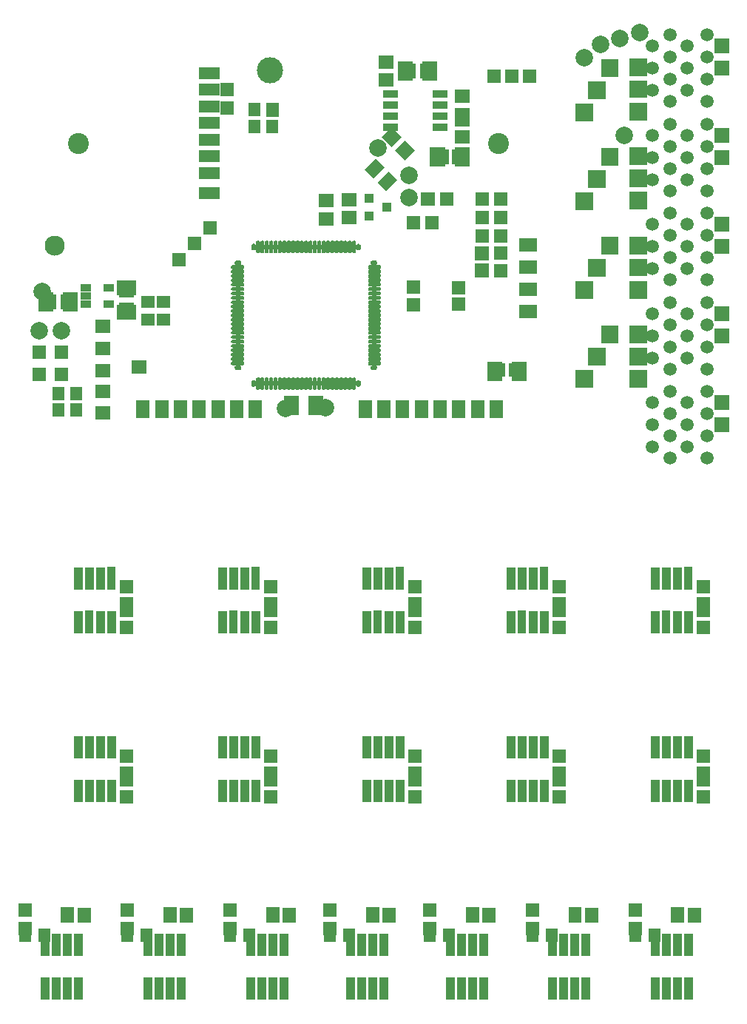
<source format=gbr>
%FSLAX34Y34*%
%MOMM*%
%LNSOLDERMASK_TOP*%
G71*
G01*
%ADD10R, 1.60X1.50*%
%ADD11R, 1.50X1.60*%
%ADD12R, 2.40X1.40*%
%ADD13R, 1.80X0.87*%
%ADD14C, 2.30*%
%ADD15C, 3.00*%
%ADD16R, 0.50X0.50*%
%ADD17C, 0.20*%
%ADD18R, 1.60X1.60*%
%ADD19R, 1.40X1.60*%
%ADD20R, 1.19X0.86*%
%ADD21R, 1.80X1.50*%
%ADD22C, 2.00*%
%ADD23R, 1.50X1.80*%
%ADD24R, 1.80X2.20*%
%ADD25R, 2.20X1.80*%
%ADD26C, 2.40*%
%ADD27R, 1.60X2.10*%
%ADD28R, 1.80X1.60*%
%ADD29R, 2.00X1.60*%
%ADD30R, 1.60X2.00*%
%ADD31R, 1.10X1.00*%
%ADD32C, 2.00*%
%ADD33R, 1.60X1.40*%
%ADD34C, 1.50*%
%ADD35R, 1.80X1.80*%
%ADD36R, 1.00X2.60*%
%LPD*%
X471007Y-390885D02*
G54D10*
D03*
X471007Y-369885D02*
G54D10*
D03*
X523126Y-389972D02*
G54D10*
D03*
X523125Y-370972D02*
G54D10*
D03*
X588059Y-465332D02*
G54D11*
D03*
X569059Y-465333D02*
G54D11*
D03*
X237826Y-262830D02*
G54D12*
D03*
X237826Y-239812D02*
G54D12*
D03*
X237826Y-220762D02*
G54D12*
D03*
X237826Y-201712D02*
G54D12*
D03*
X237826Y-182662D02*
G54D12*
D03*
G36*
X225826Y-156612D02*
X249826Y-156612D01*
X249827Y-170612D01*
X225827Y-170612D01*
X225826Y-156612D01*
G37*
X237826Y-144562D02*
G54D12*
D03*
G36*
X225826Y-118512D02*
X249826Y-118512D01*
X249827Y-132512D01*
X225827Y-132512D01*
X225826Y-118512D01*
G37*
X501864Y-187147D02*
G54D13*
D03*
X501864Y-174447D02*
G54D13*
D03*
X501864Y-161747D02*
G54D13*
D03*
X501864Y-149047D02*
G54D13*
D03*
X444864Y-149047D02*
G54D13*
D03*
X444864Y-161747D02*
G54D13*
D03*
X444864Y-174447D02*
G54D13*
D03*
X444864Y-187147D02*
G54D13*
D03*
X61107Y-322894D02*
G54D14*
D03*
X307192Y-122140D02*
G54D15*
D03*
X288333Y-480447D02*
G54D16*
D03*
X293333Y-480447D02*
G54D16*
D03*
X298333Y-480447D02*
G54D16*
D03*
X303333Y-480447D02*
G54D16*
D03*
X308333Y-480447D02*
G54D16*
D03*
X313333Y-480447D02*
G54D16*
D03*
X318333Y-480448D02*
G54D16*
D03*
X323333Y-480447D02*
G54D16*
D03*
X328333Y-480447D02*
G54D16*
D03*
X333333Y-480447D02*
G54D16*
D03*
X338333Y-480447D02*
G54D16*
D03*
X343333Y-480447D02*
G54D16*
D03*
X348333Y-480447D02*
G54D16*
D03*
X353333Y-480447D02*
G54D16*
D03*
X358333Y-480447D02*
G54D16*
D03*
X363333Y-480448D02*
G54D16*
D03*
X368333Y-480447D02*
G54D16*
D03*
X373333Y-480447D02*
G54D16*
D03*
X378333Y-480448D02*
G54D16*
D03*
X383333Y-480447D02*
G54D16*
D03*
X388333Y-480448D02*
G54D16*
D03*
X393333Y-480447D02*
G54D16*
D03*
X398333Y-480447D02*
G54D16*
D03*
X403333Y-480447D02*
G54D16*
D03*
X408333Y-480447D02*
G54D16*
D03*
G36*
X287838Y-483478D02*
X286838Y-482478D01*
X286838Y-477978D01*
X287338Y-477478D01*
X289338Y-477478D01*
X289838Y-477978D01*
X289838Y-482478D01*
X288838Y-483478D01*
X287838Y-483478D01*
G37*
G54D17*
X287838Y-483478D02*
X286838Y-482478D01*
X286838Y-477978D01*
X287338Y-477478D01*
X289338Y-477478D01*
X289838Y-477978D01*
X289838Y-482478D01*
X288838Y-483478D01*
X287838Y-483478D01*
G36*
X407838Y-483478D02*
X406838Y-482478D01*
X406838Y-477978D01*
X407338Y-477478D01*
X409338Y-477478D01*
X409838Y-477978D01*
X409838Y-482478D01*
X408838Y-483478D01*
X407838Y-483478D01*
G37*
G54D17*
X407838Y-483478D02*
X406838Y-482478D01*
X406838Y-477978D01*
X407338Y-477478D01*
X409338Y-477478D01*
X409838Y-477978D01*
X409838Y-482478D01*
X408838Y-483478D01*
X407838Y-483478D01*
G36*
X297838Y-487478D02*
X296838Y-486478D01*
X296838Y-474978D01*
X297338Y-474478D01*
X299338Y-474478D01*
X299838Y-474978D01*
X299838Y-486478D01*
X298838Y-487478D01*
X297838Y-487478D01*
G37*
G54D17*
X297838Y-487478D02*
X296838Y-486478D01*
X296838Y-474978D01*
X297338Y-474478D01*
X299338Y-474478D01*
X299838Y-474978D01*
X299838Y-486478D01*
X298838Y-487478D01*
X297838Y-487478D01*
G36*
X302838Y-487478D02*
X301838Y-486478D01*
X301838Y-474978D01*
X302338Y-474478D01*
X304338Y-474478D01*
X304838Y-474978D01*
X304838Y-486478D01*
X303838Y-487478D01*
X302838Y-487478D01*
G37*
G54D17*
X302838Y-487478D02*
X301838Y-486478D01*
X301838Y-474978D01*
X302338Y-474478D01*
X304338Y-474478D01*
X304838Y-474978D01*
X304838Y-486478D01*
X303838Y-487478D01*
X302838Y-487478D01*
G36*
X307838Y-487478D02*
X306838Y-486478D01*
X306838Y-474978D01*
X307338Y-474478D01*
X309338Y-474478D01*
X309838Y-474978D01*
X309838Y-486478D01*
X308838Y-487478D01*
X307838Y-487478D01*
G37*
G54D17*
X307838Y-487478D02*
X306838Y-486478D01*
X306838Y-474978D01*
X307338Y-474478D01*
X309338Y-474478D01*
X309838Y-474978D01*
X309838Y-486478D01*
X308838Y-487478D01*
X307838Y-487478D01*
G36*
X312838Y-487478D02*
X311838Y-486478D01*
X311838Y-474978D01*
X312338Y-474478D01*
X314338Y-474478D01*
X314838Y-474978D01*
X314838Y-486478D01*
X313838Y-487478D01*
X312838Y-487478D01*
G37*
G54D17*
X312838Y-487478D02*
X311838Y-486478D01*
X311838Y-474978D01*
X312338Y-474478D01*
X314338Y-474478D01*
X314838Y-474978D01*
X314838Y-486478D01*
X313838Y-487478D01*
X312838Y-487478D01*
G36*
X317838Y-487478D02*
X316838Y-486478D01*
X316838Y-474978D01*
X317338Y-474478D01*
X319338Y-474478D01*
X319838Y-474978D01*
X319838Y-486478D01*
X318838Y-487478D01*
X317838Y-487478D01*
G37*
G54D17*
X317838Y-487478D02*
X316838Y-486478D01*
X316838Y-474978D01*
X317338Y-474478D01*
X319338Y-474478D01*
X319838Y-474978D01*
X319838Y-486478D01*
X318838Y-487478D01*
X317838Y-487478D01*
G36*
X322838Y-487478D02*
X321838Y-486478D01*
X321838Y-474978D01*
X322338Y-474478D01*
X324338Y-474478D01*
X324838Y-474978D01*
X324838Y-486478D01*
X323838Y-487478D01*
X322838Y-487478D01*
G37*
G54D17*
X322838Y-487478D02*
X321838Y-486478D01*
X321838Y-474978D01*
X322338Y-474478D01*
X324338Y-474478D01*
X324838Y-474978D01*
X324838Y-486478D01*
X323838Y-487478D01*
X322838Y-487478D01*
G36*
X327838Y-487478D02*
X326838Y-486478D01*
X326838Y-474978D01*
X327338Y-474478D01*
X329338Y-474478D01*
X329838Y-474978D01*
X329838Y-486478D01*
X328838Y-487478D01*
X327838Y-487478D01*
G37*
G54D17*
X327838Y-487478D02*
X326838Y-486478D01*
X326838Y-474978D01*
X327338Y-474478D01*
X329338Y-474478D01*
X329838Y-474978D01*
X329838Y-486478D01*
X328838Y-487478D01*
X327838Y-487478D01*
G36*
X332838Y-487478D02*
X331838Y-486478D01*
X331838Y-474978D01*
X332338Y-474478D01*
X334338Y-474478D01*
X334838Y-474978D01*
X334838Y-486478D01*
X333838Y-487478D01*
X332838Y-487478D01*
G37*
G54D17*
X332838Y-487478D02*
X331838Y-486478D01*
X331838Y-474978D01*
X332338Y-474478D01*
X334338Y-474478D01*
X334838Y-474978D01*
X334838Y-486478D01*
X333838Y-487478D01*
X332838Y-487478D01*
G36*
X337838Y-487478D02*
X336838Y-486478D01*
X336838Y-474978D01*
X337338Y-474478D01*
X339338Y-474478D01*
X339838Y-474978D01*
X339838Y-486478D01*
X338838Y-487478D01*
X337838Y-487478D01*
G37*
G54D17*
X337838Y-487478D02*
X336838Y-486478D01*
X336838Y-474978D01*
X337338Y-474478D01*
X339338Y-474478D01*
X339838Y-474978D01*
X339838Y-486478D01*
X338838Y-487478D01*
X337838Y-487478D01*
G36*
X342838Y-487478D02*
X341838Y-486478D01*
X341838Y-474978D01*
X342338Y-474478D01*
X344338Y-474478D01*
X344838Y-474978D01*
X344838Y-486478D01*
X343838Y-487478D01*
X342838Y-487478D01*
G37*
G54D17*
X342838Y-487478D02*
X341838Y-486478D01*
X341838Y-474978D01*
X342338Y-474478D01*
X344338Y-474478D01*
X344838Y-474978D01*
X344838Y-486478D01*
X343838Y-487478D01*
X342838Y-487478D01*
G36*
X347838Y-487478D02*
X346838Y-486478D01*
X346838Y-474978D01*
X347338Y-474478D01*
X349338Y-474478D01*
X349838Y-474978D01*
X349838Y-486478D01*
X348838Y-487478D01*
X347838Y-487478D01*
G37*
G54D17*
X347838Y-487478D02*
X346838Y-486478D01*
X346838Y-474978D01*
X347338Y-474478D01*
X349338Y-474478D01*
X349838Y-474978D01*
X349838Y-486478D01*
X348838Y-487478D01*
X347838Y-487478D01*
G36*
X352838Y-487478D02*
X351838Y-486478D01*
X351838Y-474978D01*
X352338Y-474478D01*
X354338Y-474478D01*
X354838Y-474978D01*
X354838Y-486478D01*
X353838Y-487478D01*
X352838Y-487478D01*
G37*
G54D17*
X352838Y-487478D02*
X351838Y-486478D01*
X351838Y-474978D01*
X352338Y-474478D01*
X354338Y-474478D01*
X354838Y-474978D01*
X354838Y-486478D01*
X353838Y-487478D01*
X352838Y-487478D01*
G36*
X357838Y-487478D02*
X356838Y-486478D01*
X356838Y-474978D01*
X357338Y-474478D01*
X359338Y-474478D01*
X359838Y-474978D01*
X359838Y-486478D01*
X358838Y-487478D01*
X357838Y-487478D01*
G37*
G54D17*
X357838Y-487478D02*
X356838Y-486478D01*
X356838Y-474978D01*
X357338Y-474478D01*
X359338Y-474478D01*
X359838Y-474978D01*
X359838Y-486478D01*
X358838Y-487478D01*
X357838Y-487478D01*
G36*
X362838Y-487478D02*
X361838Y-486478D01*
X361838Y-474978D01*
X362338Y-474478D01*
X364338Y-474478D01*
X364838Y-474978D01*
X364838Y-486478D01*
X363838Y-487478D01*
X362838Y-487478D01*
G37*
G54D17*
X362838Y-487478D02*
X361838Y-486478D01*
X361838Y-474978D01*
X362338Y-474478D01*
X364338Y-474478D01*
X364838Y-474978D01*
X364838Y-486478D01*
X363838Y-487478D01*
X362838Y-487478D01*
G36*
X367838Y-487478D02*
X366838Y-486478D01*
X366838Y-474978D01*
X367338Y-474478D01*
X369338Y-474478D01*
X369838Y-474978D01*
X369838Y-486478D01*
X368838Y-487478D01*
X367838Y-487478D01*
G37*
G54D17*
X367838Y-487478D02*
X366838Y-486478D01*
X366838Y-474978D01*
X367338Y-474478D01*
X369338Y-474478D01*
X369838Y-474978D01*
X369838Y-486478D01*
X368838Y-487478D01*
X367838Y-487478D01*
G36*
X372838Y-487478D02*
X371838Y-486478D01*
X371838Y-474978D01*
X372338Y-474478D01*
X374338Y-474478D01*
X374838Y-474978D01*
X374838Y-486478D01*
X373838Y-487478D01*
X372838Y-487478D01*
G37*
G54D17*
X372838Y-487478D02*
X371838Y-486478D01*
X371838Y-474978D01*
X372338Y-474478D01*
X374338Y-474478D01*
X374838Y-474978D01*
X374838Y-486478D01*
X373838Y-487478D01*
X372838Y-487478D01*
G36*
X377838Y-487478D02*
X376838Y-486478D01*
X376838Y-474978D01*
X377338Y-474478D01*
X379338Y-474478D01*
X379838Y-474978D01*
X379838Y-486478D01*
X378838Y-487478D01*
X377838Y-487478D01*
G37*
G54D17*
X377838Y-487478D02*
X376838Y-486478D01*
X376838Y-474978D01*
X377338Y-474478D01*
X379338Y-474478D01*
X379838Y-474978D01*
X379838Y-486478D01*
X378838Y-487478D01*
X377838Y-487478D01*
G36*
X382838Y-487478D02*
X381838Y-486478D01*
X381838Y-474978D01*
X382338Y-474478D01*
X384338Y-474478D01*
X384838Y-474978D01*
X384838Y-486478D01*
X383838Y-487478D01*
X382838Y-487478D01*
G37*
G54D17*
X382838Y-487478D02*
X381838Y-486478D01*
X381838Y-474978D01*
X382338Y-474478D01*
X384338Y-474478D01*
X384838Y-474978D01*
X384838Y-486478D01*
X383838Y-487478D01*
X382838Y-487478D01*
G36*
X387838Y-487478D02*
X386838Y-486478D01*
X386838Y-474978D01*
X387338Y-474478D01*
X389338Y-474478D01*
X389838Y-474978D01*
X389838Y-486478D01*
X388838Y-487478D01*
X387838Y-487478D01*
G37*
G54D17*
X387838Y-487478D02*
X386838Y-486478D01*
X386838Y-474978D01*
X387338Y-474478D01*
X389338Y-474478D01*
X389838Y-474978D01*
X389838Y-486478D01*
X388838Y-487478D01*
X387838Y-487478D01*
G36*
X392838Y-487478D02*
X391838Y-486478D01*
X391838Y-474978D01*
X392338Y-474478D01*
X394338Y-474478D01*
X394838Y-474978D01*
X394838Y-486478D01*
X393838Y-487478D01*
X392838Y-487478D01*
G37*
G54D17*
X392838Y-487478D02*
X391838Y-486478D01*
X391838Y-474978D01*
X392338Y-474478D01*
X394338Y-474478D01*
X394838Y-474978D01*
X394838Y-486478D01*
X393838Y-487478D01*
X392838Y-487478D01*
G36*
X397838Y-487478D02*
X396838Y-486478D01*
X396838Y-474978D01*
X397338Y-474478D01*
X399338Y-474478D01*
X399838Y-474978D01*
X399838Y-486478D01*
X398838Y-487478D01*
X397838Y-487478D01*
G37*
G54D17*
X397838Y-487478D02*
X396838Y-486478D01*
X396838Y-474978D01*
X397338Y-474478D01*
X399338Y-474478D01*
X399838Y-474978D01*
X399838Y-486478D01*
X398838Y-487478D01*
X397838Y-487478D01*
G36*
X402838Y-487478D02*
X401838Y-486478D01*
X401838Y-474978D01*
X402338Y-474478D01*
X404338Y-474478D01*
X404838Y-474978D01*
X404838Y-486478D01*
X403838Y-487478D01*
X402838Y-487478D01*
G37*
G54D17*
X402838Y-487478D02*
X401838Y-486478D01*
X401838Y-474978D01*
X402338Y-474478D01*
X404338Y-474478D01*
X404838Y-474978D01*
X404838Y-486478D01*
X403838Y-487478D01*
X402838Y-487478D01*
G36*
X292838Y-487478D02*
X291838Y-486478D01*
X291838Y-474978D01*
X292338Y-474478D01*
X294338Y-474478D01*
X294838Y-474978D01*
X294838Y-486478D01*
X293838Y-487478D01*
X292838Y-487478D01*
G37*
G54D17*
X292838Y-487478D02*
X291838Y-486478D01*
X291838Y-474978D01*
X292338Y-474478D01*
X294338Y-474478D01*
X294838Y-474978D01*
X294838Y-486478D01*
X293838Y-487478D01*
X292838Y-487478D01*
X270369Y-342484D02*
G54D16*
D03*
X270369Y-347484D02*
G54D16*
D03*
X270369Y-352483D02*
G54D16*
D03*
X270369Y-357484D02*
G54D16*
D03*
X270369Y-362484D02*
G54D16*
D03*
X270369Y-367483D02*
G54D16*
D03*
X270369Y-372484D02*
G54D16*
D03*
X270369Y-377484D02*
G54D16*
D03*
X270369Y-382484D02*
G54D16*
D03*
X270369Y-387484D02*
G54D16*
D03*
X270369Y-392484D02*
G54D16*
D03*
X270369Y-397484D02*
G54D16*
D03*
X270369Y-402484D02*
G54D16*
D03*
X270369Y-407484D02*
G54D16*
D03*
X270369Y-412483D02*
G54D16*
D03*
X270369Y-417484D02*
G54D16*
D03*
X270369Y-422484D02*
G54D16*
D03*
X270369Y-427484D02*
G54D16*
D03*
X270369Y-432484D02*
G54D16*
D03*
X270369Y-437483D02*
G54D16*
D03*
X270369Y-442484D02*
G54D16*
D03*
X270369Y-447484D02*
G54D16*
D03*
X270369Y-452484D02*
G54D16*
D03*
X270369Y-457484D02*
G54D16*
D03*
X270369Y-462484D02*
G54D16*
D03*
G36*
X267338Y-341978D02*
X268338Y-340978D01*
X272838Y-340978D01*
X273338Y-341478D01*
X273338Y-343478D01*
X272838Y-343978D01*
X268338Y-343978D01*
X267338Y-342978D01*
X267338Y-341978D01*
G37*
G54D17*
X267338Y-341978D02*
X268338Y-340978D01*
X272838Y-340978D01*
X273338Y-341478D01*
X273338Y-343478D01*
X272838Y-343978D01*
X268338Y-343978D01*
X267338Y-342978D01*
X267338Y-341978D01*
G36*
X267338Y-461978D02*
X268338Y-460978D01*
X272838Y-460978D01*
X273338Y-461478D01*
X273338Y-463478D01*
X272838Y-463978D01*
X268338Y-463978D01*
X267338Y-462978D01*
X267338Y-461978D01*
G37*
G54D17*
X267338Y-461978D02*
X268338Y-460978D01*
X272838Y-460978D01*
X273338Y-461478D01*
X273338Y-463478D01*
X272838Y-463978D01*
X268338Y-463978D01*
X267338Y-462978D01*
X267338Y-461978D01*
G36*
X263338Y-351978D02*
X264338Y-350978D01*
X275838Y-350978D01*
X276338Y-351478D01*
X276338Y-353478D01*
X275838Y-353978D01*
X264338Y-353978D01*
X263338Y-352978D01*
X263338Y-351978D01*
G37*
G54D17*
X263338Y-351978D02*
X264338Y-350978D01*
X275838Y-350978D01*
X276338Y-351478D01*
X276338Y-353478D01*
X275838Y-353978D01*
X264338Y-353978D01*
X263338Y-352978D01*
X263338Y-351978D01*
G36*
X263338Y-356978D02*
X264338Y-355978D01*
X275838Y-355978D01*
X276338Y-356478D01*
X276338Y-358478D01*
X275838Y-358978D01*
X264338Y-358978D01*
X263338Y-357978D01*
X263338Y-356978D01*
G37*
G54D17*
X263338Y-356978D02*
X264338Y-355978D01*
X275838Y-355978D01*
X276338Y-356478D01*
X276338Y-358478D01*
X275838Y-358978D01*
X264338Y-358978D01*
X263338Y-357978D01*
X263338Y-356978D01*
G36*
X263338Y-361978D02*
X264338Y-360978D01*
X275838Y-360978D01*
X276338Y-361478D01*
X276338Y-363478D01*
X275838Y-363978D01*
X264338Y-363978D01*
X263338Y-362978D01*
X263338Y-361978D01*
G37*
G54D17*
X263338Y-361978D02*
X264338Y-360978D01*
X275838Y-360978D01*
X276338Y-361478D01*
X276338Y-363478D01*
X275838Y-363978D01*
X264338Y-363978D01*
X263338Y-362978D01*
X263338Y-361978D01*
G36*
X263338Y-366978D02*
X264338Y-365978D01*
X275838Y-365978D01*
X276338Y-366478D01*
X276338Y-368478D01*
X275838Y-368978D01*
X264338Y-368978D01*
X263338Y-367978D01*
X263338Y-366978D01*
G37*
G54D17*
X263338Y-366978D02*
X264338Y-365978D01*
X275838Y-365978D01*
X276338Y-366478D01*
X276338Y-368478D01*
X275838Y-368978D01*
X264338Y-368978D01*
X263338Y-367978D01*
X263338Y-366978D01*
G36*
X263338Y-371978D02*
X264338Y-370978D01*
X275838Y-370978D01*
X276338Y-371478D01*
X276338Y-373478D01*
X275838Y-373978D01*
X264338Y-373978D01*
X263338Y-372978D01*
X263338Y-371978D01*
G37*
G54D17*
X263338Y-371978D02*
X264338Y-370978D01*
X275838Y-370978D01*
X276338Y-371478D01*
X276338Y-373478D01*
X275838Y-373978D01*
X264338Y-373978D01*
X263338Y-372978D01*
X263338Y-371978D01*
G36*
X263338Y-376978D02*
X264338Y-375978D01*
X275838Y-375978D01*
X276338Y-376478D01*
X276338Y-378478D01*
X275838Y-378978D01*
X264338Y-378978D01*
X263338Y-377978D01*
X263338Y-376978D01*
G37*
G54D17*
X263338Y-376978D02*
X264338Y-375978D01*
X275838Y-375978D01*
X276338Y-376478D01*
X276338Y-378478D01*
X275838Y-378978D01*
X264338Y-378978D01*
X263338Y-377978D01*
X263338Y-376978D01*
G36*
X263338Y-381978D02*
X264338Y-380978D01*
X275838Y-380978D01*
X276338Y-381478D01*
X276338Y-383478D01*
X275838Y-383978D01*
X264338Y-383978D01*
X263338Y-382978D01*
X263338Y-381978D01*
G37*
G54D17*
X263338Y-381978D02*
X264338Y-380978D01*
X275838Y-380978D01*
X276338Y-381478D01*
X276338Y-383478D01*
X275838Y-383978D01*
X264338Y-383978D01*
X263338Y-382978D01*
X263338Y-381978D01*
G36*
X263338Y-386978D02*
X264338Y-385978D01*
X275838Y-385978D01*
X276338Y-386478D01*
X276338Y-388478D01*
X275838Y-388978D01*
X264338Y-388978D01*
X263338Y-387978D01*
X263338Y-386978D01*
G37*
G54D17*
X263338Y-386978D02*
X264338Y-385978D01*
X275838Y-385978D01*
X276338Y-386478D01*
X276338Y-388478D01*
X275838Y-388978D01*
X264338Y-388978D01*
X263338Y-387978D01*
X263338Y-386978D01*
G36*
X263338Y-391978D02*
X264338Y-390978D01*
X275838Y-390978D01*
X276338Y-391478D01*
X276338Y-393478D01*
X275838Y-393978D01*
X264338Y-393978D01*
X263338Y-392978D01*
X263338Y-391978D01*
G37*
G54D17*
X263338Y-391978D02*
X264338Y-390978D01*
X275838Y-390978D01*
X276338Y-391478D01*
X276338Y-393478D01*
X275838Y-393978D01*
X264338Y-393978D01*
X263338Y-392978D01*
X263338Y-391978D01*
G36*
X263338Y-396978D02*
X264338Y-395978D01*
X275838Y-395978D01*
X276338Y-396478D01*
X276338Y-398478D01*
X275838Y-398978D01*
X264338Y-398978D01*
X263338Y-397978D01*
X263338Y-396978D01*
G37*
G54D17*
X263338Y-396978D02*
X264338Y-395978D01*
X275838Y-395978D01*
X276338Y-396478D01*
X276338Y-398478D01*
X275838Y-398978D01*
X264338Y-398978D01*
X263338Y-397978D01*
X263338Y-396978D01*
G36*
X263338Y-401978D02*
X264338Y-400978D01*
X275838Y-400978D01*
X276338Y-401478D01*
X276338Y-403478D01*
X275838Y-403978D01*
X264338Y-403978D01*
X263338Y-402978D01*
X263338Y-401978D01*
G37*
G54D17*
X263338Y-401978D02*
X264338Y-400978D01*
X275838Y-400978D01*
X276338Y-401478D01*
X276338Y-403478D01*
X275838Y-403978D01*
X264338Y-403978D01*
X263338Y-402978D01*
X263338Y-401978D01*
G36*
X263338Y-406978D02*
X264338Y-405978D01*
X275838Y-405978D01*
X276338Y-406478D01*
X276338Y-408478D01*
X275838Y-408978D01*
X264338Y-408978D01*
X263338Y-407978D01*
X263338Y-406978D01*
G37*
G54D17*
X263338Y-406978D02*
X264338Y-405978D01*
X275838Y-405978D01*
X276338Y-406478D01*
X276338Y-408478D01*
X275838Y-408978D01*
X264338Y-408978D01*
X263338Y-407978D01*
X263338Y-406978D01*
G36*
X263338Y-411978D02*
X264338Y-410978D01*
X275838Y-410978D01*
X276338Y-411478D01*
X276338Y-413478D01*
X275838Y-413978D01*
X264338Y-413978D01*
X263338Y-412978D01*
X263338Y-411978D01*
G37*
G54D17*
X263338Y-411978D02*
X264338Y-410978D01*
X275838Y-410978D01*
X276338Y-411478D01*
X276338Y-413478D01*
X275838Y-413978D01*
X264338Y-413978D01*
X263338Y-412978D01*
X263338Y-411978D01*
G36*
X263338Y-416978D02*
X264338Y-415978D01*
X275838Y-415978D01*
X276338Y-416478D01*
X276338Y-418478D01*
X275838Y-418978D01*
X264338Y-418978D01*
X263338Y-417978D01*
X263338Y-416978D01*
G37*
G54D17*
X263338Y-416978D02*
X264338Y-415978D01*
X275838Y-415978D01*
X276338Y-416478D01*
X276338Y-418478D01*
X275838Y-418978D01*
X264338Y-418978D01*
X263338Y-417978D01*
X263338Y-416978D01*
G36*
X263338Y-421978D02*
X264338Y-420978D01*
X275838Y-420978D01*
X276338Y-421478D01*
X276338Y-423478D01*
X275838Y-423978D01*
X264338Y-423978D01*
X263338Y-422978D01*
X263338Y-421978D01*
G37*
G54D17*
X263338Y-421978D02*
X264338Y-420978D01*
X275838Y-420978D01*
X276338Y-421478D01*
X276338Y-423478D01*
X275838Y-423978D01*
X264338Y-423978D01*
X263338Y-422978D01*
X263338Y-421978D01*
G36*
X263338Y-426978D02*
X264338Y-425978D01*
X275838Y-425978D01*
X276338Y-426478D01*
X276338Y-428478D01*
X275838Y-428978D01*
X264338Y-428978D01*
X263338Y-427978D01*
X263338Y-426978D01*
G37*
G54D17*
X263338Y-426978D02*
X264338Y-425978D01*
X275838Y-425978D01*
X276338Y-426478D01*
X276338Y-428478D01*
X275838Y-428978D01*
X264338Y-428978D01*
X263338Y-427978D01*
X263338Y-426978D01*
G36*
X263338Y-431978D02*
X264338Y-430978D01*
X275838Y-430978D01*
X276338Y-431478D01*
X276338Y-433478D01*
X275838Y-433978D01*
X264338Y-433978D01*
X263338Y-432978D01*
X263338Y-431978D01*
G37*
G54D17*
X263338Y-431978D02*
X264338Y-430978D01*
X275838Y-430978D01*
X276338Y-431478D01*
X276338Y-433478D01*
X275838Y-433978D01*
X264338Y-433978D01*
X263338Y-432978D01*
X263338Y-431978D01*
G36*
X263338Y-436978D02*
X264338Y-435978D01*
X275838Y-435978D01*
X276338Y-436478D01*
X276338Y-438478D01*
X275838Y-438978D01*
X264338Y-438978D01*
X263338Y-437978D01*
X263338Y-436978D01*
G37*
G54D17*
X263338Y-436978D02*
X264338Y-435978D01*
X275838Y-435978D01*
X276338Y-436478D01*
X276338Y-438478D01*
X275838Y-438978D01*
X264338Y-438978D01*
X263338Y-437978D01*
X263338Y-436978D01*
G36*
X263338Y-441978D02*
X264338Y-440978D01*
X275838Y-440978D01*
X276338Y-441478D01*
X276338Y-443478D01*
X275838Y-443978D01*
X264338Y-443978D01*
X263338Y-442978D01*
X263338Y-441978D01*
G37*
G54D17*
X263338Y-441978D02*
X264338Y-440978D01*
X275838Y-440978D01*
X276338Y-441478D01*
X276338Y-443478D01*
X275838Y-443978D01*
X264338Y-443978D01*
X263338Y-442978D01*
X263338Y-441978D01*
G36*
X263338Y-446978D02*
X264338Y-445978D01*
X275838Y-445978D01*
X276338Y-446478D01*
X276338Y-448478D01*
X275838Y-448978D01*
X264338Y-448978D01*
X263338Y-447978D01*
X263338Y-446978D01*
G37*
G54D17*
X263338Y-446978D02*
X264338Y-445978D01*
X275838Y-445978D01*
X276338Y-446478D01*
X276338Y-448478D01*
X275838Y-448978D01*
X264338Y-448978D01*
X263338Y-447978D01*
X263338Y-446978D01*
G36*
X263338Y-451978D02*
X264338Y-450978D01*
X275838Y-450978D01*
X276338Y-451478D01*
X276338Y-453478D01*
X275838Y-453978D01*
X264338Y-453978D01*
X263338Y-452978D01*
X263338Y-451978D01*
G37*
G54D17*
X263338Y-451978D02*
X264338Y-450978D01*
X275838Y-450978D01*
X276338Y-451478D01*
X276338Y-453478D01*
X275838Y-453978D01*
X264338Y-453978D01*
X263338Y-452978D01*
X263338Y-451978D01*
G36*
X263338Y-456978D02*
X264338Y-455978D01*
X275838Y-455978D01*
X276338Y-456478D01*
X276338Y-458478D01*
X275838Y-458978D01*
X264338Y-458978D01*
X263338Y-457978D01*
X263338Y-456978D01*
G37*
G54D17*
X263338Y-456978D02*
X264338Y-455978D01*
X275838Y-455978D01*
X276338Y-456478D01*
X276338Y-458478D01*
X275838Y-458978D01*
X264338Y-458978D01*
X263338Y-457978D01*
X263338Y-456978D01*
G36*
X263338Y-346978D02*
X264338Y-345978D01*
X275838Y-345978D01*
X276338Y-346478D01*
X276338Y-348478D01*
X275838Y-348978D01*
X264338Y-348978D01*
X263338Y-347978D01*
X263338Y-346978D01*
G37*
G54D17*
X263338Y-346978D02*
X264338Y-345978D01*
X275838Y-345978D01*
X276338Y-346478D01*
X276338Y-348478D01*
X275838Y-348978D01*
X264338Y-348978D01*
X263338Y-347978D01*
X263338Y-346978D01*
G36*
X405833Y-322010D02*
X410833Y-322010D01*
X410833Y-327010D01*
X405833Y-327010D01*
X405833Y-322010D01*
G37*
X403333Y-324510D02*
G54D16*
D03*
G36*
X395833Y-322010D02*
X400833Y-322009D01*
X400833Y-327009D01*
X395833Y-327010D01*
X395833Y-322010D01*
G37*
G36*
X390833Y-322010D02*
X395833Y-322010D01*
X395833Y-327010D01*
X390833Y-327010D01*
X390833Y-322010D01*
G37*
X388333Y-324510D02*
G54D16*
D03*
X383333Y-324510D02*
G54D16*
D03*
G36*
X375833Y-322010D02*
X380833Y-322009D01*
X380833Y-327009D01*
X375833Y-327010D01*
X375833Y-322010D01*
G37*
X373333Y-324510D02*
G54D16*
D03*
G36*
X365832Y-322010D02*
X370832Y-322010D01*
X370833Y-327009D01*
X365833Y-327010D01*
X365832Y-322010D01*
G37*
X363333Y-324510D02*
G54D16*
D03*
G36*
X355833Y-322010D02*
X360833Y-322009D01*
X360833Y-327009D01*
X355833Y-327010D01*
X355833Y-322010D01*
G37*
X353333Y-324510D02*
G54D16*
D03*
X348333Y-324510D02*
G54D16*
D03*
X343333Y-324510D02*
G54D16*
D03*
X338333Y-324510D02*
G54D16*
D03*
X333333Y-324510D02*
G54D16*
D03*
X328333Y-324510D02*
G54D16*
D03*
X323333Y-324510D02*
G54D16*
D03*
X318333Y-324510D02*
G54D16*
D03*
X313333Y-324510D02*
G54D16*
D03*
X308333Y-324510D02*
G54D16*
D03*
G36*
X300833Y-322010D02*
X305833Y-322009D01*
X305833Y-327009D01*
X300833Y-327010D01*
X300833Y-322010D01*
G37*
X298333Y-324510D02*
G54D16*
D03*
X293333Y-324510D02*
G54D16*
D03*
X288333Y-324510D02*
G54D16*
D03*
G36*
X408838Y-321478D02*
X409838Y-322478D01*
X409838Y-326978D01*
X409338Y-327478D01*
X407338Y-327478D01*
X406838Y-326978D01*
X406838Y-322478D01*
X407838Y-321478D01*
X408838Y-321478D01*
G37*
G54D17*
X408838Y-321478D02*
X409838Y-322478D01*
X409838Y-326978D01*
X409338Y-327478D01*
X407338Y-327478D01*
X406838Y-326978D01*
X406838Y-322478D01*
X407838Y-321478D01*
X408838Y-321478D01*
G36*
X288838Y-321478D02*
X289838Y-322478D01*
X289838Y-326978D01*
X289338Y-327478D01*
X287338Y-327478D01*
X286838Y-326978D01*
X286838Y-322478D01*
X287838Y-321478D01*
X288838Y-321478D01*
G37*
G54D17*
X288838Y-321478D02*
X289838Y-322478D01*
X289838Y-326978D01*
X289338Y-327478D01*
X287338Y-327478D01*
X286838Y-326978D01*
X286838Y-322478D01*
X287838Y-321478D01*
X288838Y-321478D01*
G36*
X398838Y-317478D02*
X399838Y-318478D01*
X399838Y-329978D01*
X399338Y-330478D01*
X397338Y-330478D01*
X396838Y-329978D01*
X396838Y-318478D01*
X397838Y-317478D01*
X398838Y-317478D01*
G37*
G54D17*
X398838Y-317478D02*
X399838Y-318478D01*
X399838Y-329978D01*
X399338Y-330478D01*
X397338Y-330478D01*
X396838Y-329978D01*
X396838Y-318478D01*
X397838Y-317478D01*
X398838Y-317478D01*
G36*
X393838Y-317478D02*
X394838Y-318478D01*
X394838Y-329978D01*
X394338Y-330478D01*
X392338Y-330478D01*
X391838Y-329978D01*
X391838Y-318478D01*
X392838Y-317478D01*
X393838Y-317478D01*
G37*
G54D17*
X393838Y-317478D02*
X394838Y-318478D01*
X394838Y-329978D01*
X394338Y-330478D01*
X392338Y-330478D01*
X391838Y-329978D01*
X391838Y-318478D01*
X392838Y-317478D01*
X393838Y-317478D01*
G36*
X388838Y-317478D02*
X389838Y-318478D01*
X389838Y-329978D01*
X389338Y-330478D01*
X387338Y-330478D01*
X386838Y-329978D01*
X386838Y-318478D01*
X387838Y-317478D01*
X388838Y-317478D01*
G37*
G54D17*
X388838Y-317478D02*
X389838Y-318478D01*
X389838Y-329978D01*
X389338Y-330478D01*
X387338Y-330478D01*
X386838Y-329978D01*
X386838Y-318478D01*
X387838Y-317478D01*
X388838Y-317478D01*
G36*
X383838Y-317478D02*
X384838Y-318478D01*
X384838Y-329978D01*
X384338Y-330478D01*
X382338Y-330478D01*
X381838Y-329978D01*
X381838Y-318478D01*
X382838Y-317478D01*
X383838Y-317478D01*
G37*
G54D17*
X383838Y-317478D02*
X384838Y-318478D01*
X384838Y-329978D01*
X384338Y-330478D01*
X382338Y-330478D01*
X381838Y-329978D01*
X381838Y-318478D01*
X382838Y-317478D01*
X383838Y-317478D01*
G36*
X378838Y-317478D02*
X379838Y-318478D01*
X379838Y-329978D01*
X379338Y-330478D01*
X377338Y-330478D01*
X376838Y-329978D01*
X376838Y-318478D01*
X377838Y-317478D01*
X378838Y-317478D01*
G37*
G54D17*
X378838Y-317478D02*
X379838Y-318478D01*
X379838Y-329978D01*
X379338Y-330478D01*
X377338Y-330478D01*
X376838Y-329978D01*
X376838Y-318478D01*
X377838Y-317478D01*
X378838Y-317478D01*
G36*
X373838Y-317478D02*
X374838Y-318478D01*
X374838Y-329978D01*
X374338Y-330478D01*
X372338Y-330478D01*
X371838Y-329978D01*
X371838Y-318478D01*
X372838Y-317478D01*
X373838Y-317478D01*
G37*
G54D17*
X373838Y-317478D02*
X374838Y-318478D01*
X374838Y-329978D01*
X374338Y-330478D01*
X372338Y-330478D01*
X371838Y-329978D01*
X371838Y-318478D01*
X372838Y-317478D01*
X373838Y-317478D01*
G36*
X368838Y-317478D02*
X369838Y-318478D01*
X369838Y-329978D01*
X369338Y-330478D01*
X367338Y-330478D01*
X366838Y-329978D01*
X366838Y-318478D01*
X367838Y-317478D01*
X368838Y-317478D01*
G37*
G54D17*
X368838Y-317478D02*
X369838Y-318478D01*
X369838Y-329978D01*
X369338Y-330478D01*
X367338Y-330478D01*
X366838Y-329978D01*
X366838Y-318478D01*
X367838Y-317478D01*
X368838Y-317478D01*
G36*
X363838Y-317478D02*
X364838Y-318478D01*
X364838Y-329978D01*
X364338Y-330478D01*
X362338Y-330478D01*
X361838Y-329978D01*
X361838Y-318478D01*
X362838Y-317478D01*
X363838Y-317478D01*
G37*
G54D17*
X363838Y-317478D02*
X364838Y-318478D01*
X364838Y-329978D01*
X364338Y-330478D01*
X362338Y-330478D01*
X361838Y-329978D01*
X361838Y-318478D01*
X362838Y-317478D01*
X363838Y-317478D01*
G36*
X358838Y-317478D02*
X359838Y-318478D01*
X359838Y-329978D01*
X359338Y-330478D01*
X357338Y-330478D01*
X356838Y-329978D01*
X356838Y-318478D01*
X357838Y-317478D01*
X358838Y-317478D01*
G37*
G54D17*
X358838Y-317478D02*
X359838Y-318478D01*
X359838Y-329978D01*
X359338Y-330478D01*
X357338Y-330478D01*
X356838Y-329978D01*
X356838Y-318478D01*
X357838Y-317478D01*
X358838Y-317478D01*
G36*
X353838Y-317478D02*
X354838Y-318478D01*
X354838Y-329978D01*
X354338Y-330478D01*
X352338Y-330478D01*
X351838Y-329978D01*
X351838Y-318478D01*
X352838Y-317478D01*
X353838Y-317478D01*
G37*
G54D17*
X353838Y-317478D02*
X354838Y-318478D01*
X354838Y-329978D01*
X354338Y-330478D01*
X352338Y-330478D01*
X351838Y-329978D01*
X351838Y-318478D01*
X352838Y-317478D01*
X353838Y-317478D01*
G36*
X348838Y-317478D02*
X349838Y-318478D01*
X349838Y-329978D01*
X349338Y-330478D01*
X347338Y-330478D01*
X346838Y-329978D01*
X346838Y-318478D01*
X347838Y-317478D01*
X348838Y-317478D01*
G37*
G54D17*
X348838Y-317478D02*
X349838Y-318478D01*
X349838Y-329978D01*
X349338Y-330478D01*
X347338Y-330478D01*
X346838Y-329978D01*
X346838Y-318478D01*
X347838Y-317478D01*
X348838Y-317478D01*
G36*
X343838Y-317478D02*
X344838Y-318478D01*
X344838Y-329978D01*
X344338Y-330478D01*
X342338Y-330478D01*
X341838Y-329978D01*
X341838Y-318478D01*
X342838Y-317478D01*
X343838Y-317478D01*
G37*
G54D17*
X343838Y-317478D02*
X344838Y-318478D01*
X344838Y-329978D01*
X344338Y-330478D01*
X342338Y-330478D01*
X341838Y-329978D01*
X341838Y-318478D01*
X342838Y-317478D01*
X343838Y-317478D01*
G36*
X338838Y-317478D02*
X339838Y-318478D01*
X339838Y-329978D01*
X339338Y-330478D01*
X337338Y-330478D01*
X336838Y-329978D01*
X336838Y-318478D01*
X337838Y-317478D01*
X338838Y-317478D01*
G37*
G54D17*
X338838Y-317478D02*
X339838Y-318478D01*
X339838Y-329978D01*
X339338Y-330478D01*
X337338Y-330478D01*
X336838Y-329978D01*
X336838Y-318478D01*
X337838Y-317478D01*
X338838Y-317478D01*
G36*
X333838Y-317478D02*
X334838Y-318478D01*
X334838Y-329978D01*
X334338Y-330478D01*
X332338Y-330478D01*
X331838Y-329978D01*
X331838Y-318478D01*
X332838Y-317478D01*
X333838Y-317478D01*
G37*
G54D17*
X333838Y-317478D02*
X334838Y-318478D01*
X334838Y-329978D01*
X334338Y-330478D01*
X332338Y-330478D01*
X331838Y-329978D01*
X331838Y-318478D01*
X332838Y-317478D01*
X333838Y-317478D01*
G36*
X328838Y-317478D02*
X329838Y-318478D01*
X329838Y-329978D01*
X329338Y-330478D01*
X327338Y-330478D01*
X326838Y-329978D01*
X326838Y-318478D01*
X327838Y-317478D01*
X328838Y-317478D01*
G37*
G54D17*
X328838Y-317478D02*
X329838Y-318478D01*
X329838Y-329978D01*
X329338Y-330478D01*
X327338Y-330478D01*
X326838Y-329978D01*
X326838Y-318478D01*
X327838Y-317478D01*
X328838Y-317478D01*
G36*
X323838Y-317478D02*
X324838Y-318478D01*
X324838Y-329978D01*
X324338Y-330478D01*
X322338Y-330478D01*
X321838Y-329978D01*
X321838Y-318478D01*
X322838Y-317478D01*
X323838Y-317478D01*
G37*
G54D17*
X323838Y-317478D02*
X324838Y-318478D01*
X324838Y-329978D01*
X324338Y-330478D01*
X322338Y-330478D01*
X321838Y-329978D01*
X321838Y-318478D01*
X322838Y-317478D01*
X323838Y-317478D01*
G36*
X318838Y-317478D02*
X319838Y-318478D01*
X319838Y-329978D01*
X319338Y-330478D01*
X317338Y-330478D01*
X316838Y-329978D01*
X316838Y-318478D01*
X317838Y-317478D01*
X318838Y-317478D01*
G37*
G54D17*
X318838Y-317478D02*
X319838Y-318478D01*
X319838Y-329978D01*
X319338Y-330478D01*
X317338Y-330478D01*
X316838Y-329978D01*
X316838Y-318478D01*
X317838Y-317478D01*
X318838Y-317478D01*
G36*
X313838Y-317478D02*
X314838Y-318478D01*
X314838Y-329978D01*
X314338Y-330478D01*
X312338Y-330478D01*
X311838Y-329978D01*
X311838Y-318478D01*
X312838Y-317478D01*
X313838Y-317478D01*
G37*
G54D17*
X313838Y-317478D02*
X314838Y-318478D01*
X314838Y-329978D01*
X314338Y-330478D01*
X312338Y-330478D01*
X311838Y-329978D01*
X311838Y-318478D01*
X312838Y-317478D01*
X313838Y-317478D01*
G36*
X308838Y-317478D02*
X309838Y-318478D01*
X309838Y-329978D01*
X309338Y-330478D01*
X307338Y-330478D01*
X306838Y-329978D01*
X306838Y-318478D01*
X307838Y-317478D01*
X308838Y-317478D01*
G37*
G54D17*
X308838Y-317478D02*
X309838Y-318478D01*
X309838Y-329978D01*
X309338Y-330478D01*
X307338Y-330478D01*
X306838Y-329978D01*
X306838Y-318478D01*
X307838Y-317478D01*
X308838Y-317478D01*
G36*
X303838Y-317478D02*
X304838Y-318478D01*
X304838Y-329978D01*
X304338Y-330478D01*
X302338Y-330478D01*
X301838Y-329978D01*
X301838Y-318478D01*
X302838Y-317478D01*
X303838Y-317478D01*
G37*
G54D17*
X303838Y-317478D02*
X304838Y-318478D01*
X304838Y-329978D01*
X304338Y-330478D01*
X302338Y-330478D01*
X301838Y-329978D01*
X301838Y-318478D01*
X302838Y-317478D01*
X303838Y-317478D01*
G36*
X298838Y-317478D02*
X299838Y-318478D01*
X299838Y-329978D01*
X299338Y-330478D01*
X297338Y-330478D01*
X296838Y-329978D01*
X296838Y-318478D01*
X297838Y-317478D01*
X298838Y-317478D01*
G37*
G54D17*
X298838Y-317478D02*
X299838Y-318478D01*
X299838Y-329978D01*
X299338Y-330478D01*
X297338Y-330478D01*
X296838Y-329978D01*
X296838Y-318478D01*
X297838Y-317478D01*
X298838Y-317478D01*
G36*
X293838Y-317478D02*
X294838Y-318478D01*
X294838Y-329978D01*
X294338Y-330478D01*
X292338Y-330478D01*
X291838Y-329979D01*
X291838Y-318478D01*
X292838Y-317478D01*
X293838Y-317478D01*
G37*
G54D17*
X293838Y-317478D02*
X294838Y-318478D01*
X294838Y-329978D01*
X294338Y-330478D01*
X292338Y-330478D01*
X291838Y-329979D01*
X291838Y-318478D01*
X292838Y-317478D01*
X293838Y-317478D01*
G36*
X403838Y-317478D02*
X404838Y-318478D01*
X404838Y-329978D01*
X404338Y-330478D01*
X402338Y-330478D01*
X401838Y-329978D01*
X401838Y-318478D01*
X402838Y-317478D01*
X403838Y-317478D01*
G37*
G54D17*
X403838Y-317478D02*
X404838Y-318478D01*
X404838Y-329978D01*
X404338Y-330478D01*
X402338Y-330478D01*
X401838Y-329978D01*
X401838Y-318478D01*
X402838Y-317478D01*
X403838Y-317478D01*
X426307Y-462474D02*
G54D16*
D03*
X426307Y-457474D02*
G54D16*
D03*
X426307Y-452474D02*
G54D16*
D03*
X426307Y-447473D02*
G54D16*
D03*
X426307Y-442474D02*
G54D16*
D03*
X426307Y-437474D02*
G54D16*
D03*
X426307Y-432474D02*
G54D16*
D03*
X426307Y-427474D02*
G54D16*
D03*
X426307Y-422474D02*
G54D16*
D03*
X426307Y-417474D02*
G54D16*
D03*
X426307Y-412474D02*
G54D16*
D03*
X426307Y-407474D02*
G54D16*
D03*
X426307Y-402474D02*
G54D16*
D03*
X426307Y-397474D02*
G54D16*
D03*
X426307Y-392474D02*
G54D16*
D03*
X426307Y-387474D02*
G54D16*
D03*
X426307Y-382474D02*
G54D16*
D03*
X426307Y-377474D02*
G54D16*
D03*
X426307Y-372474D02*
G54D16*
D03*
X426307Y-367474D02*
G54D16*
D03*
X426307Y-362474D02*
G54D16*
D03*
X426307Y-357474D02*
G54D16*
D03*
X426307Y-352474D02*
G54D16*
D03*
X426307Y-347474D02*
G54D16*
D03*
X426307Y-342474D02*
G54D16*
D03*
G36*
X429338Y-462978D02*
X428338Y-463978D01*
X423838Y-463978D01*
X423338Y-463478D01*
X423338Y-461478D01*
X423838Y-460978D01*
X428338Y-460978D01*
X429338Y-461978D01*
X429338Y-462978D01*
G37*
G54D17*
X429338Y-462978D02*
X428338Y-463978D01*
X423838Y-463978D01*
X423338Y-463478D01*
X423338Y-461478D01*
X423838Y-460978D01*
X428338Y-460978D01*
X429338Y-461978D01*
X429338Y-462978D01*
G36*
X429338Y-342978D02*
X428338Y-343978D01*
X423838Y-343978D01*
X423338Y-343478D01*
X423338Y-341478D01*
X423838Y-340978D01*
X428338Y-340978D01*
X429338Y-341978D01*
X429338Y-342978D01*
G37*
G54D17*
X429338Y-342978D02*
X428338Y-343978D01*
X423838Y-343978D01*
X423338Y-343478D01*
X423338Y-341478D01*
X423838Y-340978D01*
X428338Y-340978D01*
X429338Y-341978D01*
X429338Y-342978D01*
G36*
X433338Y-452978D02*
X432338Y-453978D01*
X420838Y-453978D01*
X420338Y-453478D01*
X420338Y-451478D01*
X420838Y-450978D01*
X432338Y-450978D01*
X433338Y-451978D01*
X433338Y-452978D01*
G37*
G54D17*
X433338Y-452978D02*
X432338Y-453978D01*
X420838Y-453978D01*
X420338Y-453478D01*
X420338Y-451478D01*
X420838Y-450978D01*
X432338Y-450978D01*
X433338Y-451978D01*
X433338Y-452978D01*
G36*
X433338Y-447978D02*
X432338Y-448978D01*
X420838Y-448978D01*
X420338Y-448478D01*
X420338Y-446478D01*
X420838Y-445978D01*
X432338Y-445978D01*
X433338Y-446978D01*
X433338Y-447978D01*
G37*
G54D17*
X433338Y-447978D02*
X432338Y-448978D01*
X420838Y-448978D01*
X420338Y-448478D01*
X420338Y-446478D01*
X420838Y-445978D01*
X432338Y-445978D01*
X433338Y-446978D01*
X433338Y-447978D01*
G36*
X433338Y-442978D02*
X432338Y-443978D01*
X420838Y-443978D01*
X420338Y-443478D01*
X420338Y-441478D01*
X420838Y-440978D01*
X432338Y-440978D01*
X433338Y-441978D01*
X433338Y-442978D01*
G37*
G54D17*
X433338Y-442978D02*
X432338Y-443978D01*
X420838Y-443978D01*
X420338Y-443478D01*
X420338Y-441478D01*
X420838Y-440978D01*
X432338Y-440978D01*
X433338Y-441978D01*
X433338Y-442978D01*
G36*
X433338Y-437978D02*
X432338Y-438978D01*
X420838Y-438978D01*
X420338Y-438478D01*
X420338Y-436478D01*
X420838Y-435978D01*
X432338Y-435978D01*
X433338Y-436978D01*
X433338Y-437978D01*
G37*
G54D17*
X433338Y-437978D02*
X432338Y-438978D01*
X420838Y-438978D01*
X420338Y-438478D01*
X420338Y-436478D01*
X420838Y-435978D01*
X432338Y-435978D01*
X433338Y-436978D01*
X433338Y-437978D01*
G36*
X433338Y-432978D02*
X432338Y-433978D01*
X420838Y-433978D01*
X420338Y-433478D01*
X420338Y-431478D01*
X420838Y-430978D01*
X432338Y-430978D01*
X433338Y-431978D01*
X433338Y-432978D01*
G37*
G54D17*
X433338Y-432978D02*
X432338Y-433978D01*
X420838Y-433978D01*
X420338Y-433478D01*
X420338Y-431478D01*
X420838Y-430978D01*
X432338Y-430978D01*
X433338Y-431978D01*
X433338Y-432978D01*
G36*
X433338Y-427978D02*
X432338Y-428978D01*
X420838Y-428978D01*
X420338Y-428478D01*
X420338Y-426478D01*
X420838Y-425978D01*
X432338Y-425978D01*
X433338Y-426978D01*
X433338Y-427978D01*
G37*
G54D17*
X433338Y-427978D02*
X432338Y-428978D01*
X420838Y-428978D01*
X420338Y-428478D01*
X420338Y-426478D01*
X420838Y-425978D01*
X432338Y-425978D01*
X433338Y-426978D01*
X433338Y-427978D01*
G36*
X433338Y-422978D02*
X432338Y-423978D01*
X420838Y-423978D01*
X420338Y-423478D01*
X420338Y-421478D01*
X420838Y-420978D01*
X432338Y-420978D01*
X433338Y-421978D01*
X433338Y-422978D01*
G37*
G54D17*
X433338Y-422978D02*
X432338Y-423978D01*
X420838Y-423978D01*
X420338Y-423478D01*
X420338Y-421478D01*
X420838Y-420978D01*
X432338Y-420978D01*
X433338Y-421978D01*
X433338Y-422978D01*
G36*
X433338Y-417978D02*
X432338Y-418978D01*
X420838Y-418978D01*
X420338Y-418478D01*
X420338Y-416478D01*
X420838Y-415978D01*
X432338Y-415978D01*
X433338Y-416978D01*
X433338Y-417978D01*
G37*
G54D17*
X433338Y-417978D02*
X432338Y-418978D01*
X420838Y-418978D01*
X420338Y-418478D01*
X420338Y-416478D01*
X420838Y-415978D01*
X432338Y-415978D01*
X433338Y-416978D01*
X433338Y-417978D01*
G36*
X433338Y-412978D02*
X432338Y-413978D01*
X420838Y-413978D01*
X420338Y-413478D01*
X420338Y-411478D01*
X420838Y-410978D01*
X432338Y-410978D01*
X433338Y-411978D01*
X433338Y-412978D01*
G37*
G54D17*
X433338Y-412978D02*
X432338Y-413978D01*
X420838Y-413978D01*
X420338Y-413478D01*
X420338Y-411478D01*
X420838Y-410978D01*
X432338Y-410978D01*
X433338Y-411978D01*
X433338Y-412978D01*
G36*
X433338Y-407978D02*
X432338Y-408978D01*
X420838Y-408978D01*
X420338Y-408478D01*
X420338Y-406478D01*
X420838Y-405978D01*
X432338Y-405978D01*
X433338Y-406978D01*
X433338Y-407978D01*
G37*
G54D17*
X433338Y-407978D02*
X432338Y-408978D01*
X420838Y-408978D01*
X420338Y-408478D01*
X420338Y-406478D01*
X420838Y-405978D01*
X432338Y-405978D01*
X433338Y-406978D01*
X433338Y-407978D01*
G36*
X433338Y-402978D02*
X432338Y-403978D01*
X420838Y-403978D01*
X420338Y-403478D01*
X420338Y-401478D01*
X420838Y-400978D01*
X432338Y-400978D01*
X433338Y-401978D01*
X433338Y-402978D01*
G37*
G54D17*
X433338Y-402978D02*
X432338Y-403978D01*
X420838Y-403978D01*
X420338Y-403478D01*
X420338Y-401478D01*
X420838Y-400978D01*
X432338Y-400978D01*
X433338Y-401978D01*
X433338Y-402978D01*
G36*
X433338Y-397978D02*
X432338Y-398978D01*
X420838Y-398978D01*
X420338Y-398478D01*
X420338Y-396478D01*
X420838Y-395978D01*
X432338Y-395978D01*
X433338Y-396978D01*
X433338Y-397978D01*
G37*
G54D17*
X433338Y-397978D02*
X432338Y-398978D01*
X420838Y-398978D01*
X420338Y-398478D01*
X420338Y-396478D01*
X420838Y-395978D01*
X432338Y-395978D01*
X433338Y-396978D01*
X433338Y-397978D01*
G36*
X433338Y-392978D02*
X432338Y-393978D01*
X420838Y-393978D01*
X420338Y-393478D01*
X420338Y-391478D01*
X420838Y-390978D01*
X432338Y-390978D01*
X433338Y-391978D01*
X433338Y-392978D01*
G37*
G54D17*
X433338Y-392978D02*
X432338Y-393978D01*
X420838Y-393978D01*
X420338Y-393478D01*
X420338Y-391478D01*
X420838Y-390978D01*
X432338Y-390978D01*
X433338Y-391978D01*
X433338Y-392978D01*
G36*
X433338Y-387978D02*
X432338Y-388978D01*
X420838Y-388978D01*
X420338Y-388478D01*
X420338Y-386478D01*
X420838Y-385978D01*
X432338Y-385978D01*
X433338Y-386978D01*
X433338Y-387978D01*
G37*
G54D17*
X433338Y-387978D02*
X432338Y-388978D01*
X420838Y-388978D01*
X420338Y-388478D01*
X420338Y-386478D01*
X420838Y-385978D01*
X432338Y-385978D01*
X433338Y-386978D01*
X433338Y-387978D01*
G36*
X433338Y-382978D02*
X432338Y-383978D01*
X420838Y-383978D01*
X420338Y-383478D01*
X420338Y-381478D01*
X420838Y-380978D01*
X432338Y-380978D01*
X433338Y-381978D01*
X433338Y-382978D01*
G37*
G54D17*
X433338Y-382978D02*
X432338Y-383978D01*
X420838Y-383978D01*
X420338Y-383478D01*
X420338Y-381478D01*
X420838Y-380978D01*
X432338Y-380978D01*
X433338Y-381978D01*
X433338Y-382978D01*
G36*
X433338Y-377978D02*
X432338Y-378978D01*
X420838Y-378978D01*
X420338Y-378478D01*
X420338Y-376478D01*
X420838Y-375978D01*
X432338Y-375978D01*
X433338Y-376978D01*
X433338Y-377978D01*
G37*
G54D17*
X433338Y-377978D02*
X432338Y-378978D01*
X420838Y-378978D01*
X420338Y-378478D01*
X420338Y-376478D01*
X420838Y-375978D01*
X432338Y-375978D01*
X433338Y-376978D01*
X433338Y-377978D01*
G36*
X433338Y-372978D02*
X432338Y-373978D01*
X420838Y-373978D01*
X420338Y-373478D01*
X420338Y-371478D01*
X420838Y-370978D01*
X432338Y-370978D01*
X433338Y-371978D01*
X433338Y-372978D01*
G37*
G54D17*
X433338Y-372978D02*
X432338Y-373978D01*
X420838Y-373978D01*
X420338Y-373478D01*
X420338Y-371478D01*
X420838Y-370978D01*
X432338Y-370978D01*
X433338Y-371978D01*
X433338Y-372978D01*
G36*
X433338Y-367978D02*
X432338Y-368978D01*
X420838Y-368978D01*
X420338Y-368478D01*
X420338Y-366478D01*
X420838Y-365978D01*
X432338Y-365978D01*
X433338Y-366978D01*
X433338Y-367978D01*
G37*
G54D17*
X433338Y-367978D02*
X432338Y-368978D01*
X420838Y-368978D01*
X420338Y-368478D01*
X420338Y-366478D01*
X420838Y-365978D01*
X432338Y-365978D01*
X433338Y-366978D01*
X433338Y-367978D01*
G36*
X433338Y-362978D02*
X432338Y-363978D01*
X420838Y-363978D01*
X420338Y-363478D01*
X420338Y-361478D01*
X420838Y-360978D01*
X432338Y-360978D01*
X433338Y-361978D01*
X433338Y-362978D01*
G37*
G54D17*
X433338Y-362978D02*
X432338Y-363978D01*
X420838Y-363978D01*
X420338Y-363478D01*
X420338Y-361478D01*
X420838Y-360978D01*
X432338Y-360978D01*
X433338Y-361978D01*
X433338Y-362978D01*
G36*
X433338Y-357978D02*
X432338Y-358978D01*
X420838Y-358978D01*
X420338Y-358478D01*
X420338Y-356478D01*
X420838Y-355978D01*
X432338Y-355978D01*
X433338Y-356978D01*
X433338Y-357978D01*
G37*
G54D17*
X433338Y-357978D02*
X432338Y-358978D01*
X420838Y-358978D01*
X420338Y-358478D01*
X420338Y-356478D01*
X420838Y-355978D01*
X432338Y-355978D01*
X433338Y-356978D01*
X433338Y-357978D01*
G36*
X433338Y-352978D02*
X432338Y-353978D01*
X420838Y-353978D01*
X420338Y-353478D01*
X420338Y-351478D01*
X420838Y-350978D01*
X432338Y-350978D01*
X433338Y-351978D01*
X433338Y-352978D01*
G37*
G54D17*
X433338Y-352978D02*
X432338Y-353978D01*
X420838Y-353978D01*
X420338Y-353478D01*
X420338Y-351478D01*
X420838Y-350978D01*
X432338Y-350978D01*
X433338Y-351978D01*
X433338Y-352978D01*
G36*
X433338Y-347978D02*
X432338Y-348978D01*
X420838Y-348978D01*
X420338Y-348478D01*
X420338Y-346478D01*
X420838Y-345978D01*
X432338Y-345978D01*
X433338Y-346978D01*
X433338Y-347978D01*
G37*
G54D17*
X433338Y-347978D02*
X432338Y-348978D01*
X420838Y-348978D01*
X420338Y-348478D01*
X420338Y-346478D01*
X420838Y-345978D01*
X432338Y-345978D01*
X433338Y-346978D01*
X433338Y-347978D01*
G36*
X433338Y-457978D02*
X432338Y-458978D01*
X420838Y-458978D01*
X420338Y-458478D01*
X420338Y-456478D01*
X420838Y-455978D01*
X432338Y-455978D01*
X433338Y-456978D01*
X433338Y-457978D01*
G37*
G54D17*
X433338Y-457978D02*
X432338Y-458978D01*
X420838Y-458978D01*
X420338Y-458478D01*
X420338Y-456478D01*
X420838Y-455978D01*
X432338Y-455978D01*
X433338Y-456978D01*
X433338Y-457978D01*
G36*
X541794Y-343519D02*
X557794Y-343518D01*
X557794Y-359518D01*
X541794Y-359519D01*
X541794Y-343519D01*
G37*
X571294Y-351518D02*
G54D18*
D03*
X289248Y-186554D02*
G54D19*
D03*
X309835Y-186554D02*
G54D19*
D03*
X96366Y-389744D02*
G54D20*
D03*
X96366Y-380344D02*
G54D20*
D03*
X96366Y-370744D02*
G54D20*
D03*
X122265Y-370744D02*
G54D20*
D03*
X122266Y-389744D02*
G54D20*
D03*
X371348Y-291989D02*
G54D21*
D03*
X371348Y-271401D02*
G54D21*
D03*
X68035Y-420064D02*
G54D22*
D03*
X42638Y-420057D02*
G54D22*
D03*
X527303Y-198320D02*
G54D21*
D03*
X527303Y-179320D02*
G54D21*
D03*
X486500Y-123108D02*
G54D23*
D03*
X465913Y-123108D02*
G54D23*
D03*
X439726Y-133648D02*
G54D21*
D03*
X439726Y-113060D02*
G54D21*
D03*
X359987Y-505861D02*
G54D24*
D03*
X331987Y-505861D02*
G54D24*
D03*
X142648Y-370884D02*
G54D25*
D03*
X142648Y-398884D02*
G54D25*
D03*
X289280Y-167430D02*
G54D19*
D03*
G36*
X302867Y-159430D02*
X316867Y-159429D01*
X316867Y-175429D01*
X302867Y-175430D01*
X302867Y-159430D01*
G37*
X88151Y-205812D02*
G54D26*
D03*
X568594Y-206312D02*
G54D26*
D03*
X43076Y-470544D02*
G54D18*
D03*
X68476Y-470544D02*
G54D18*
D03*
X68476Y-445144D02*
G54D18*
D03*
X43076Y-445144D02*
G54D18*
D03*
X161791Y-510232D02*
G54D27*
D03*
X183222Y-510232D02*
G54D27*
D03*
X204653Y-510232D02*
G54D27*
D03*
X226085Y-510232D02*
G54D27*
D03*
X247516Y-510232D02*
G54D27*
D03*
X268947Y-510232D02*
G54D27*
D03*
X116019Y-514222D02*
G54D28*
D03*
X116018Y-489930D02*
G54D28*
D03*
X116019Y-465804D02*
G54D28*
D03*
X116019Y-440404D02*
G54D28*
D03*
X116019Y-415003D02*
G54D28*
D03*
X602563Y-321716D02*
G54D29*
D03*
X602563Y-347116D02*
G54D29*
D03*
X602563Y-372516D02*
G54D29*
D03*
X602563Y-397916D02*
G54D29*
D03*
X416166Y-509834D02*
G54D30*
D03*
X437597Y-509835D02*
G54D30*
D03*
X459028Y-509834D02*
G54D30*
D03*
X480459Y-509834D02*
G54D30*
D03*
X501891Y-509834D02*
G54D30*
D03*
X523322Y-509834D02*
G54D30*
D03*
X544753Y-509834D02*
G54D30*
D03*
X566184Y-509834D02*
G54D30*
D03*
X563317Y-129088D02*
G54D18*
D03*
X583954Y-129088D02*
G54D18*
D03*
X604592Y-129088D02*
G54D18*
D03*
X202721Y-338721D02*
G54D18*
D03*
X220682Y-320760D02*
G54D18*
D03*
X238642Y-302800D02*
G54D18*
D03*
G36*
X541854Y-323675D02*
X557854Y-323675D01*
X557854Y-339675D01*
X541854Y-339675D01*
X541854Y-323675D01*
G37*
X571354Y-331675D02*
G54D18*
D03*
X549854Y-311831D02*
G54D18*
D03*
X571354Y-311831D02*
G54D18*
D03*
X549854Y-290400D02*
G54D18*
D03*
X571354Y-290400D02*
G54D18*
D03*
X549854Y-269762D02*
G54D18*
D03*
X571354Y-269762D02*
G54D18*
D03*
X420758Y-268798D02*
G54D31*
D03*
X420762Y-288801D02*
G54D31*
D03*
X440758Y-278798D02*
G54D31*
D03*
X397819Y-270137D02*
G54D21*
D03*
X397819Y-290725D02*
G54D21*
D03*
X466044Y-242523D02*
G54D32*
D03*
X466044Y-267923D02*
G54D32*
D03*
G36*
X440101Y-260452D02*
X430202Y-250553D01*
X442930Y-237825D01*
X452829Y-247725D01*
X440101Y-260452D01*
G37*
G36*
X425544Y-245895D02*
X415644Y-235996D01*
X428372Y-223268D01*
X438272Y-233167D01*
X425544Y-245895D01*
G37*
X489993Y-123108D02*
G54D24*
D03*
X461993Y-123108D02*
G54D24*
D03*
X592504Y-466602D02*
G54D24*
D03*
X564504Y-466602D02*
G54D24*
D03*
X142648Y-374853D02*
G54D21*
D03*
X142648Y-395441D02*
G54D21*
D03*
X50860Y-387265D02*
G54D24*
D03*
X78860Y-387265D02*
G54D24*
D03*
X54829Y-387265D02*
G54D23*
D03*
X75417Y-387265D02*
G54D23*
D03*
X257956Y-165358D02*
G54D10*
D03*
X257956Y-144562D02*
G54D10*
D03*
X370987Y-508542D02*
G54D22*
D03*
X325040Y-508800D02*
G54D22*
D03*
X45972Y-375112D02*
G54D32*
D03*
X504096Y-221149D02*
G54D23*
D03*
X523096Y-221149D02*
G54D23*
D03*
G36*
X490016Y-210150D02*
X508016Y-210149D01*
X508016Y-232149D01*
X490016Y-232150D01*
X490016Y-210150D01*
G37*
X527016Y-221149D02*
G54D24*
D03*
X167038Y-386980D02*
G54D33*
D03*
X167038Y-407568D02*
G54D33*
D03*
X184898Y-386980D02*
G54D33*
D03*
X184898Y-407568D02*
G54D33*
D03*
G36*
X446447Y-187381D02*
X457761Y-198695D01*
X446447Y-210009D01*
X435133Y-198695D01*
X446447Y-187381D01*
G37*
G36*
X461650Y-202584D02*
X472963Y-213898D01*
X461649Y-225212D01*
X450336Y-213898D01*
X461650Y-202584D01*
G37*
G36*
X479545Y-261524D02*
X495545Y-261524D01*
X495545Y-277524D01*
X479545Y-277524D01*
X479545Y-261524D01*
G37*
X509045Y-269526D02*
G54D18*
D03*
X527039Y-173010D02*
G54D28*
D03*
X527041Y-151510D02*
G54D28*
D03*
X471155Y-296512D02*
G54D18*
D03*
X492654Y-296514D02*
G54D18*
D03*
X807236Y-566183D02*
G54D34*
D03*
X807236Y-540683D02*
G54D34*
D03*
X807236Y-515183D02*
G54D34*
D03*
X807236Y-489683D02*
G54D34*
D03*
X807236Y-464184D02*
G54D34*
D03*
X807236Y-438684D02*
G54D34*
D03*
X807236Y-413184D02*
G54D34*
D03*
X807236Y-387684D02*
G54D34*
D03*
X807236Y-362184D02*
G54D34*
D03*
X807236Y-336684D02*
G54D34*
D03*
X807236Y-311183D02*
G54D34*
D03*
X807236Y-285684D02*
G54D34*
D03*
X807236Y-260184D02*
G54D34*
D03*
X807236Y-234684D02*
G54D34*
D03*
X807236Y-209184D02*
G54D34*
D03*
X807236Y-183684D02*
G54D34*
D03*
X807237Y-158184D02*
G54D34*
D03*
X807236Y-132684D02*
G54D34*
D03*
X807236Y-107184D02*
G54D34*
D03*
X807236Y-81684D02*
G54D34*
D03*
X764961Y-566183D02*
G54D34*
D03*
X764961Y-540683D02*
G54D34*
D03*
X764961Y-515184D02*
G54D34*
D03*
X764961Y-489684D02*
G54D34*
D03*
X764961Y-464184D02*
G54D34*
D03*
X764961Y-438684D02*
G54D34*
D03*
X764961Y-413184D02*
G54D34*
D03*
X764961Y-387684D02*
G54D34*
D03*
X764961Y-362184D02*
G54D34*
D03*
X764961Y-336684D02*
G54D34*
D03*
X764961Y-311184D02*
G54D34*
D03*
X764961Y-285684D02*
G54D34*
D03*
X764961Y-260184D02*
G54D34*
D03*
X764961Y-234684D02*
G54D34*
D03*
X764961Y-209184D02*
G54D34*
D03*
X764961Y-183684D02*
G54D34*
D03*
X764961Y-158184D02*
G54D34*
D03*
X764961Y-132684D02*
G54D34*
D03*
X764961Y-107184D02*
G54D34*
D03*
X764961Y-81684D02*
G54D34*
D03*
X784961Y-553433D02*
G54D34*
D03*
X784961Y-527933D02*
G54D34*
D03*
X784961Y-502433D02*
G54D34*
D03*
X784961Y-451434D02*
G54D34*
D03*
X784961Y-425934D02*
G54D34*
D03*
X784961Y-400434D02*
G54D34*
D03*
X784961Y-349434D02*
G54D34*
D03*
X784961Y-323934D02*
G54D34*
D03*
X784961Y-298434D02*
G54D34*
D03*
X784961Y-247434D02*
G54D34*
D03*
X784961Y-221934D02*
G54D34*
D03*
X784961Y-196434D02*
G54D34*
D03*
X784961Y-145433D02*
G54D34*
D03*
X784961Y-119933D02*
G54D34*
D03*
X784961Y-94434D02*
G54D34*
D03*
X744961Y-553433D02*
G54D34*
D03*
X744961Y-527934D02*
G54D34*
D03*
X744961Y-502433D02*
G54D34*
D03*
X744961Y-451434D02*
G54D34*
D03*
X744961Y-425934D02*
G54D34*
D03*
X744961Y-400434D02*
G54D34*
D03*
X744961Y-349434D02*
G54D34*
D03*
X744961Y-323934D02*
G54D34*
D03*
X744961Y-298434D02*
G54D34*
D03*
X744961Y-247434D02*
G54D34*
D03*
X744961Y-221934D02*
G54D34*
D03*
X744961Y-196434D02*
G54D34*
D03*
X744961Y-145433D02*
G54D34*
D03*
X744961Y-119933D02*
G54D34*
D03*
X744961Y-94434D02*
G54D34*
D03*
G36*
X718583Y-434684D02*
X718583Y-414684D01*
X738583Y-414684D01*
X738583Y-434684D01*
X718583Y-434684D01*
G37*
G36*
X718933Y-459834D02*
X718933Y-439834D01*
X738933Y-439834D01*
X738933Y-459834D01*
X718933Y-459834D01*
G37*
G36*
X686058Y-129884D02*
X686058Y-109884D01*
X706058Y-109884D01*
X706058Y-129884D01*
X686058Y-129884D01*
G37*
G36*
X686058Y-231484D02*
X686058Y-211484D01*
X706058Y-211484D01*
X706058Y-231484D01*
X686058Y-231484D01*
G37*
G36*
X686058Y-333084D02*
X686058Y-313084D01*
X706058Y-313084D01*
X706058Y-333084D01*
X686058Y-333084D01*
G37*
G36*
X686058Y-434684D02*
X686058Y-414684D01*
X706058Y-414684D01*
X706058Y-434684D01*
X686058Y-434684D01*
G37*
G36*
X718583Y-485484D02*
X718583Y-465484D01*
X738583Y-465484D01*
X738583Y-485484D01*
X718583Y-485484D01*
G37*
G36*
X671308Y-155034D02*
X671308Y-135034D01*
X691308Y-135034D01*
X691308Y-155034D01*
X671308Y-155034D01*
G37*
G36*
X656671Y-180684D02*
X656671Y-160684D01*
X676671Y-160684D01*
X676671Y-180684D01*
X656671Y-180684D01*
G37*
G36*
X671308Y-256634D02*
X671308Y-236634D01*
X691308Y-236634D01*
X691308Y-256634D01*
X671308Y-256634D01*
G37*
G36*
X656671Y-282284D02*
X656671Y-262284D01*
X676671Y-262284D01*
X676671Y-282284D01*
X656671Y-282284D01*
G37*
G36*
X671308Y-358234D02*
X671308Y-338234D01*
X691308Y-338234D01*
X691308Y-358234D01*
X671308Y-358234D01*
G37*
G36*
X656671Y-383884D02*
X656671Y-363884D01*
X676671Y-363884D01*
X676671Y-383884D01*
X656671Y-383884D01*
G37*
G36*
X671308Y-459834D02*
X671308Y-439834D01*
X691308Y-439834D01*
X691308Y-459834D01*
X671308Y-459834D01*
G37*
G36*
X656671Y-485484D02*
X656671Y-465484D01*
X676671Y-465484D01*
X676671Y-485484D01*
X656671Y-485484D01*
G37*
X667253Y-107777D02*
G54D32*
D03*
X685214Y-92992D02*
G54D32*
D03*
X707937Y-86144D02*
G54D32*
D03*
X713015Y-196434D02*
G54D32*
D03*
G36*
X718583Y-332684D02*
X718583Y-312684D01*
X738583Y-312684D01*
X738583Y-332684D01*
X718583Y-332684D01*
G37*
G36*
X718933Y-357834D02*
X718933Y-337834D01*
X738933Y-337834D01*
X738933Y-357834D01*
X718933Y-357834D01*
G37*
G36*
X718583Y-383484D02*
X718583Y-363484D01*
X738583Y-363484D01*
X738583Y-383484D01*
X718583Y-383484D01*
G37*
G36*
X718583Y-230684D02*
X718583Y-210684D01*
X738583Y-210684D01*
X738583Y-230684D01*
X718583Y-230684D01*
G37*
G36*
X718933Y-255834D02*
X718933Y-235834D01*
X738933Y-235834D01*
X738933Y-255834D01*
X718933Y-255834D01*
G37*
G36*
X718583Y-281483D02*
X718583Y-261483D01*
X738583Y-261483D01*
X738583Y-281483D01*
X718583Y-281483D01*
G37*
G36*
X718583Y-128684D02*
X718583Y-108684D01*
X738583Y-108684D01*
X738583Y-128684D01*
X718583Y-128684D01*
G37*
G36*
X718933Y-153834D02*
X718933Y-133834D01*
X738933Y-133834D01*
X738933Y-153834D01*
X718933Y-153834D01*
G37*
G36*
X718583Y-179484D02*
X718583Y-159484D01*
X738583Y-159484D01*
X738583Y-179484D01*
X718583Y-179484D01*
G37*
X730559Y-79396D02*
G54D32*
D03*
X823986Y-528011D02*
G54D35*
D03*
X823986Y-502611D02*
G54D35*
D03*
X823986Y-426011D02*
G54D35*
D03*
X823986Y-400611D02*
G54D35*
D03*
X823986Y-324011D02*
G54D35*
D03*
X823986Y-298611D02*
G54D35*
D03*
X823986Y-222011D02*
G54D35*
D03*
X823986Y-196611D02*
G54D35*
D03*
X823986Y-120011D02*
G54D35*
D03*
X823986Y-94611D02*
G54D35*
D03*
X87849Y-1122660D02*
G54D36*
D03*
X75149Y-1122660D02*
G54D36*
D03*
X62449Y-1122660D02*
G54D36*
D03*
X49750Y-1122660D02*
G54D36*
D03*
X49749Y-1172660D02*
G54D36*
D03*
X62450Y-1172660D02*
G54D36*
D03*
X75149Y-1172660D02*
G54D36*
D03*
X87849Y-1172660D02*
G54D36*
D03*
X26437Y-1111736D02*
G54D19*
D03*
X48612Y-1111736D02*
G54D19*
D03*
X26413Y-1082889D02*
G54D18*
D03*
X26413Y-1104064D02*
G54D18*
D03*
G36*
X67752Y-1079894D02*
X82752Y-1079893D01*
X82753Y-1097893D01*
X67753Y-1097894D01*
X67752Y-1079894D01*
G37*
X94253Y-1088894D02*
G54D23*
D03*
X430479Y-211488D02*
G54D32*
D03*
X64670Y-511176D02*
G54D19*
D03*
X85257Y-511176D02*
G54D19*
D03*
X64670Y-492126D02*
G54D19*
D03*
X85257Y-492126D02*
G54D19*
D03*
X157293Y-461355D02*
G54D28*
D03*
X87366Y-753560D02*
G54D36*
D03*
G36*
X95066Y-740560D02*
X105066Y-740559D01*
X105067Y-766559D01*
X95067Y-766560D01*
X95066Y-740560D01*
G37*
X112766Y-753560D02*
G54D36*
D03*
X125466Y-753560D02*
G54D36*
D03*
G36*
X120466Y-690560D02*
X130466Y-690559D01*
X130467Y-716559D01*
X120467Y-716560D01*
X120466Y-690560D01*
G37*
X112766Y-703560D02*
G54D36*
D03*
X100066Y-703560D02*
G54D36*
D03*
X87366Y-703560D02*
G54D36*
D03*
X143006Y-759599D02*
G54D10*
D03*
X143009Y-740594D02*
G54D10*
D03*
X143009Y-732606D02*
G54D10*
D03*
X143016Y-713609D02*
G54D10*
D03*
X252466Y-753560D02*
G54D36*
D03*
G36*
X260166Y-740560D02*
X270166Y-740559D01*
X270167Y-766559D01*
X260167Y-766560D01*
X260166Y-740560D01*
G37*
X277866Y-753560D02*
G54D36*
D03*
X290566Y-753560D02*
G54D36*
D03*
G36*
X285566Y-690560D02*
X295566Y-690559D01*
X295567Y-716559D01*
X285567Y-716560D01*
X285566Y-690560D01*
G37*
X277866Y-703560D02*
G54D36*
D03*
X265166Y-703560D02*
G54D36*
D03*
X252466Y-703560D02*
G54D36*
D03*
X308106Y-759599D02*
G54D10*
D03*
X308109Y-740594D02*
G54D10*
D03*
X308109Y-732606D02*
G54D10*
D03*
X308116Y-713609D02*
G54D10*
D03*
X417566Y-753560D02*
G54D36*
D03*
G36*
X425266Y-740560D02*
X435266Y-740559D01*
X435267Y-766559D01*
X425267Y-766560D01*
X425266Y-740560D01*
G37*
X442966Y-753560D02*
G54D36*
D03*
X455666Y-753560D02*
G54D36*
D03*
G36*
X450666Y-690560D02*
X460666Y-690559D01*
X460667Y-716559D01*
X450667Y-716560D01*
X450666Y-690560D01*
G37*
X442966Y-703560D02*
G54D36*
D03*
X430266Y-703560D02*
G54D36*
D03*
X417566Y-703560D02*
G54D36*
D03*
X473206Y-759599D02*
G54D10*
D03*
X473209Y-740594D02*
G54D10*
D03*
X473209Y-732606D02*
G54D10*
D03*
X473216Y-713609D02*
G54D10*
D03*
X582666Y-753560D02*
G54D36*
D03*
G36*
X590366Y-740560D02*
X600366Y-740559D01*
X600367Y-766559D01*
X590367Y-766560D01*
X590366Y-740560D01*
G37*
X608066Y-753560D02*
G54D36*
D03*
X620766Y-753560D02*
G54D36*
D03*
G36*
X615766Y-690560D02*
X625766Y-690559D01*
X625767Y-716559D01*
X615767Y-716560D01*
X615766Y-690560D01*
G37*
X608066Y-703560D02*
G54D36*
D03*
X595366Y-703560D02*
G54D36*
D03*
X582666Y-703560D02*
G54D36*
D03*
X638306Y-759599D02*
G54D10*
D03*
X638309Y-740594D02*
G54D10*
D03*
X638309Y-732606D02*
G54D10*
D03*
X638316Y-713609D02*
G54D10*
D03*
X87366Y-947234D02*
G54D36*
D03*
X100067Y-947234D02*
G54D36*
D03*
X112766Y-947234D02*
G54D36*
D03*
X125466Y-947234D02*
G54D36*
D03*
X125466Y-897234D02*
G54D36*
D03*
X112766Y-897234D02*
G54D36*
D03*
X100066Y-897234D02*
G54D36*
D03*
X87366Y-897234D02*
G54D36*
D03*
X143006Y-953274D02*
G54D10*
D03*
X143009Y-934269D02*
G54D10*
D03*
X143009Y-926282D02*
G54D10*
D03*
X143016Y-907284D02*
G54D10*
D03*
X252466Y-947234D02*
G54D36*
D03*
X265167Y-947234D02*
G54D36*
D03*
X277866Y-947234D02*
G54D36*
D03*
X290566Y-947234D02*
G54D36*
D03*
X290566Y-897234D02*
G54D36*
D03*
X277866Y-897234D02*
G54D36*
D03*
X265166Y-897234D02*
G54D36*
D03*
X252466Y-897234D02*
G54D36*
D03*
X308106Y-953274D02*
G54D10*
D03*
X308109Y-934269D02*
G54D10*
D03*
X308109Y-926282D02*
G54D10*
D03*
X308116Y-907284D02*
G54D10*
D03*
X417566Y-947234D02*
G54D36*
D03*
X430267Y-947234D02*
G54D36*
D03*
X442966Y-947234D02*
G54D36*
D03*
X455666Y-947234D02*
G54D36*
D03*
X455666Y-897234D02*
G54D36*
D03*
X442966Y-897234D02*
G54D36*
D03*
X430266Y-897234D02*
G54D36*
D03*
X417566Y-897234D02*
G54D36*
D03*
X473206Y-953274D02*
G54D10*
D03*
X473209Y-934269D02*
G54D10*
D03*
X473209Y-926282D02*
G54D10*
D03*
X473216Y-907284D02*
G54D10*
D03*
X582666Y-947234D02*
G54D36*
D03*
X595367Y-947234D02*
G54D36*
D03*
X608066Y-947234D02*
G54D36*
D03*
X620766Y-947234D02*
G54D36*
D03*
X620766Y-897234D02*
G54D36*
D03*
X608066Y-897234D02*
G54D36*
D03*
X595366Y-897234D02*
G54D36*
D03*
X582666Y-897234D02*
G54D36*
D03*
X638306Y-953274D02*
G54D10*
D03*
X638309Y-934269D02*
G54D10*
D03*
X638309Y-926282D02*
G54D10*
D03*
X638316Y-907284D02*
G54D10*
D03*
X747766Y-753560D02*
G54D36*
D03*
G36*
X755466Y-740560D02*
X765466Y-740559D01*
X765467Y-766559D01*
X755467Y-766560D01*
X755466Y-740560D01*
G37*
X773166Y-753560D02*
G54D36*
D03*
X785866Y-753560D02*
G54D36*
D03*
G36*
X780866Y-690560D02*
X790866Y-690559D01*
X790867Y-716559D01*
X780867Y-716560D01*
X780866Y-690560D01*
G37*
X773166Y-703560D02*
G54D36*
D03*
X760466Y-703560D02*
G54D36*
D03*
X747766Y-703560D02*
G54D36*
D03*
X803406Y-759599D02*
G54D10*
D03*
X803409Y-740594D02*
G54D10*
D03*
X803409Y-732606D02*
G54D10*
D03*
X803416Y-713609D02*
G54D10*
D03*
X747766Y-947234D02*
G54D36*
D03*
X760467Y-947234D02*
G54D36*
D03*
X773166Y-947234D02*
G54D36*
D03*
X785866Y-947234D02*
G54D36*
D03*
X785866Y-897234D02*
G54D36*
D03*
X773166Y-897234D02*
G54D36*
D03*
X760466Y-897234D02*
G54D36*
D03*
X747766Y-897234D02*
G54D36*
D03*
X803406Y-953274D02*
G54D10*
D03*
X803409Y-934269D02*
G54D10*
D03*
X803409Y-926282D02*
G54D10*
D03*
X803416Y-907284D02*
G54D10*
D03*
X205324Y-1122660D02*
G54D36*
D03*
X192624Y-1122660D02*
G54D36*
D03*
X179924Y-1122660D02*
G54D36*
D03*
X167225Y-1122660D02*
G54D36*
D03*
X167224Y-1172660D02*
G54D36*
D03*
X179924Y-1172660D02*
G54D36*
D03*
X192624Y-1172660D02*
G54D36*
D03*
X205324Y-1172660D02*
G54D36*
D03*
X143912Y-1111736D02*
G54D19*
D03*
X166087Y-1111736D02*
G54D19*
D03*
X143888Y-1082889D02*
G54D18*
D03*
X143888Y-1104064D02*
G54D18*
D03*
G36*
X185227Y-1079894D02*
X200227Y-1079893D01*
X200228Y-1097893D01*
X185228Y-1097894D01*
X185227Y-1079894D01*
G37*
X211728Y-1088894D02*
G54D23*
D03*
X322799Y-1122660D02*
G54D36*
D03*
X310099Y-1122660D02*
G54D36*
D03*
X297399Y-1122660D02*
G54D36*
D03*
X284700Y-1122660D02*
G54D36*
D03*
X284699Y-1172660D02*
G54D36*
D03*
X297400Y-1172660D02*
G54D36*
D03*
X310099Y-1172660D02*
G54D36*
D03*
X322799Y-1172660D02*
G54D36*
D03*
X261387Y-1111736D02*
G54D19*
D03*
X283562Y-1111736D02*
G54D19*
D03*
X261363Y-1082889D02*
G54D18*
D03*
X261363Y-1104064D02*
G54D18*
D03*
G36*
X302702Y-1079894D02*
X317702Y-1079893D01*
X317703Y-1097893D01*
X302703Y-1097894D01*
X302702Y-1079894D01*
G37*
X329203Y-1088894D02*
G54D23*
D03*
X437099Y-1122660D02*
G54D36*
D03*
X424399Y-1122660D02*
G54D36*
D03*
X411699Y-1122660D02*
G54D36*
D03*
X399000Y-1122660D02*
G54D36*
D03*
X398999Y-1172660D02*
G54D36*
D03*
X411700Y-1172660D02*
G54D36*
D03*
X424399Y-1172660D02*
G54D36*
D03*
X437099Y-1172660D02*
G54D36*
D03*
X375687Y-1111736D02*
G54D19*
D03*
X397862Y-1111736D02*
G54D19*
D03*
X375663Y-1082889D02*
G54D18*
D03*
X375663Y-1104064D02*
G54D18*
D03*
G36*
X417002Y-1079894D02*
X432002Y-1079893D01*
X432003Y-1097893D01*
X417003Y-1097894D01*
X417002Y-1079894D01*
G37*
X443503Y-1088894D02*
G54D23*
D03*
X551400Y-1122660D02*
G54D36*
D03*
X538700Y-1122660D02*
G54D36*
D03*
X526000Y-1122660D02*
G54D36*
D03*
X513300Y-1122660D02*
G54D36*
D03*
X513299Y-1172660D02*
G54D36*
D03*
X526000Y-1172660D02*
G54D36*
D03*
X538699Y-1172660D02*
G54D36*
D03*
X551399Y-1172660D02*
G54D36*
D03*
X489987Y-1111736D02*
G54D19*
D03*
X512162Y-1111736D02*
G54D19*
D03*
X489963Y-1082889D02*
G54D18*
D03*
X489963Y-1104064D02*
G54D18*
D03*
G36*
X531302Y-1079894D02*
X546302Y-1079893D01*
X546303Y-1097893D01*
X531303Y-1097894D01*
X531302Y-1079894D01*
G37*
X557803Y-1088894D02*
G54D23*
D03*
X668874Y-1122660D02*
G54D36*
D03*
X656174Y-1122660D02*
G54D36*
D03*
X643474Y-1122660D02*
G54D36*
D03*
X630775Y-1122660D02*
G54D36*
D03*
X630774Y-1172660D02*
G54D36*
D03*
X643474Y-1172660D02*
G54D36*
D03*
X656174Y-1172660D02*
G54D36*
D03*
X668874Y-1172660D02*
G54D36*
D03*
X607462Y-1111736D02*
G54D19*
D03*
X629637Y-1111736D02*
G54D19*
D03*
X607438Y-1082889D02*
G54D18*
D03*
X607438Y-1104064D02*
G54D18*
D03*
G36*
X648777Y-1079894D02*
X663777Y-1079893D01*
X663778Y-1097893D01*
X648778Y-1097894D01*
X648777Y-1079894D01*
G37*
X675278Y-1088894D02*
G54D23*
D03*
X786350Y-1122660D02*
G54D36*
D03*
X773650Y-1122660D02*
G54D36*
D03*
X760950Y-1122660D02*
G54D36*
D03*
X748250Y-1122660D02*
G54D36*
D03*
X748249Y-1172660D02*
G54D36*
D03*
X760950Y-1172660D02*
G54D36*
D03*
X773649Y-1172660D02*
G54D36*
D03*
X786349Y-1172660D02*
G54D36*
D03*
X724937Y-1111736D02*
G54D19*
D03*
X747112Y-1111736D02*
G54D19*
D03*
X724913Y-1082889D02*
G54D18*
D03*
X724913Y-1104064D02*
G54D18*
D03*
G36*
X766252Y-1079894D02*
X781252Y-1079893D01*
X781253Y-1097893D01*
X766253Y-1097894D01*
X766252Y-1079894D01*
G37*
X792753Y-1088894D02*
G54D23*
D03*
X290379Y-510232D02*
G54D27*
D03*
M02*

</source>
